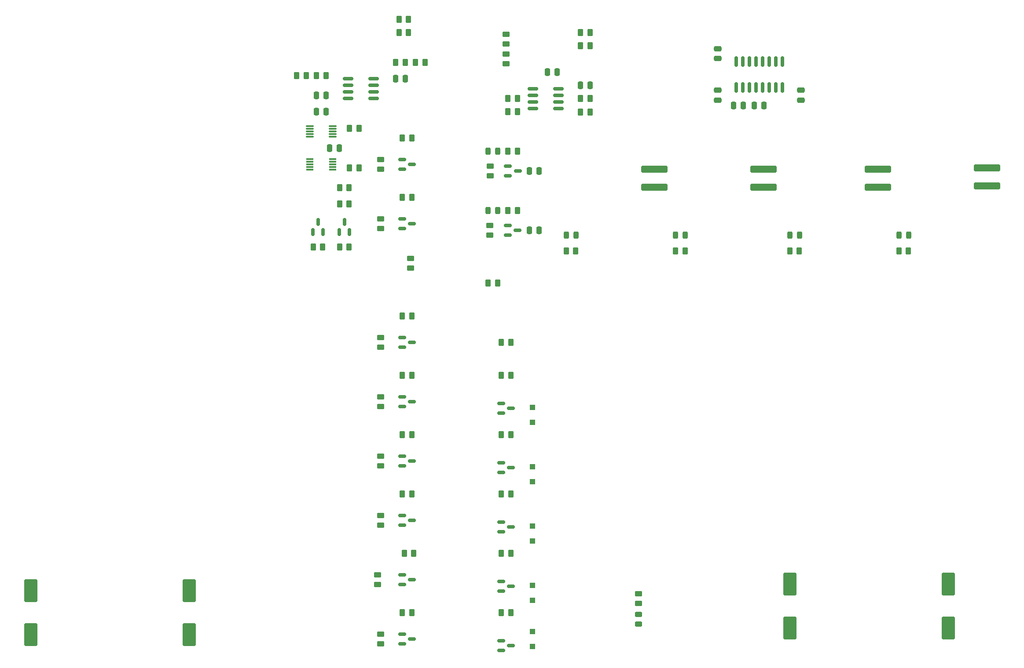
<source format=gbr>
%TF.GenerationSoftware,KiCad,Pcbnew,7.0.1*%
%TF.CreationDate,2023-03-27T20:51:40+10:00*%
%TF.ProjectId,RemoteHF,52656d6f-7465-4484-962e-6b696361645f,rev?*%
%TF.SameCoordinates,Original*%
%TF.FileFunction,Paste,Top*%
%TF.FilePolarity,Positive*%
%FSLAX46Y46*%
G04 Gerber Fmt 4.6, Leading zero omitted, Abs format (unit mm)*
G04 Created by KiCad (PCBNEW 7.0.1) date 2023-03-27 20:51:40*
%MOMM*%
%LPD*%
G01*
G04 APERTURE LIST*
G04 Aperture macros list*
%AMRoundRect*
0 Rectangle with rounded corners*
0 $1 Rounding radius*
0 $2 $3 $4 $5 $6 $7 $8 $9 X,Y pos of 4 corners*
0 Add a 4 corners polygon primitive as box body*
4,1,4,$2,$3,$4,$5,$6,$7,$8,$9,$2,$3,0*
0 Add four circle primitives for the rounded corners*
1,1,$1+$1,$2,$3*
1,1,$1+$1,$4,$5*
1,1,$1+$1,$6,$7*
1,1,$1+$1,$8,$9*
0 Add four rect primitives between the rounded corners*
20,1,$1+$1,$2,$3,$4,$5,0*
20,1,$1+$1,$4,$5,$6,$7,0*
20,1,$1+$1,$6,$7,$8,$9,0*
20,1,$1+$1,$8,$9,$2,$3,0*%
G04 Aperture macros list end*
%ADD10RoundRect,0.250000X-0.262500X-0.450000X0.262500X-0.450000X0.262500X0.450000X-0.262500X0.450000X0*%
%ADD11RoundRect,0.250000X0.450000X-0.262500X0.450000X0.262500X-0.450000X0.262500X-0.450000X-0.262500X0*%
%ADD12RoundRect,0.250000X-0.250000X-0.475000X0.250000X-0.475000X0.250000X0.475000X-0.250000X0.475000X0*%
%ADD13RoundRect,0.250000X-0.450000X0.262500X-0.450000X-0.262500X0.450000X-0.262500X0.450000X0.262500X0*%
%ADD14RoundRect,0.250000X0.262500X0.450000X-0.262500X0.450000X-0.262500X-0.450000X0.262500X-0.450000X0*%
%ADD15RoundRect,0.250000X-1.000000X1.950000X-1.000000X-1.950000X1.000000X-1.950000X1.000000X1.950000X0*%
%ADD16RoundRect,0.150000X-0.587500X-0.150000X0.587500X-0.150000X0.587500X0.150000X-0.587500X0.150000X0*%
%ADD17RoundRect,0.150000X0.150000X-0.850000X0.150000X0.850000X-0.150000X0.850000X-0.150000X-0.850000X0*%
%ADD18RoundRect,0.243750X0.243750X0.456250X-0.243750X0.456250X-0.243750X-0.456250X0.243750X-0.456250X0*%
%ADD19RoundRect,0.250000X0.300000X-0.300000X0.300000X0.300000X-0.300000X0.300000X-0.300000X-0.300000X0*%
%ADD20RoundRect,0.075000X0.650000X0.075000X-0.650000X0.075000X-0.650000X-0.075000X0.650000X-0.075000X0*%
%ADD21RoundRect,0.243750X-0.456250X0.243750X-0.456250X-0.243750X0.456250X-0.243750X0.456250X0.243750X0*%
%ADD22RoundRect,0.250000X0.250000X0.475000X-0.250000X0.475000X-0.250000X-0.475000X0.250000X-0.475000X0*%
%ADD23RoundRect,0.250000X-0.475000X0.250000X-0.475000X-0.250000X0.475000X-0.250000X0.475000X0.250000X0*%
%ADD24R,1.400000X0.300000*%
%ADD25RoundRect,0.250000X0.475000X-0.250000X0.475000X0.250000X-0.475000X0.250000X-0.475000X-0.250000X0*%
%ADD26RoundRect,0.168831X-2.331169X0.481169X-2.331169X-0.481169X2.331169X-0.481169X2.331169X0.481169X0*%
%ADD27RoundRect,0.150000X0.150000X-0.587500X0.150000X0.587500X-0.150000X0.587500X-0.150000X-0.587500X0*%
%ADD28RoundRect,0.250000X-0.300000X0.300000X-0.300000X-0.300000X0.300000X-0.300000X0.300000X0.300000X0*%
%ADD29RoundRect,0.150000X0.825000X0.150000X-0.825000X0.150000X-0.825000X-0.150000X0.825000X-0.150000X0*%
%ADD30RoundRect,0.150000X-0.825000X-0.150000X0.825000X-0.150000X0.825000X0.150000X-0.825000X0.150000X0*%
G04 APERTURE END LIST*
D10*
%TO.C,R21*%
X122912500Y-25400000D03*
X124737500Y-25400000D03*
%TD*%
D11*
%TO.C,R54*%
X169000000Y-137912500D03*
X169000000Y-136087500D03*
%TD*%
D12*
%TO.C,C10*%
X109540000Y-50165000D03*
X111440000Y-50165000D03*
%TD*%
D13*
%TO.C,R38*%
X118755000Y-132437500D03*
X118755000Y-134262500D03*
%TD*%
D10*
%TO.C,R14*%
X126087500Y-33655000D03*
X127912500Y-33655000D03*
%TD*%
D14*
%TO.C,R10*%
X113307500Y-60960000D03*
X111482500Y-60960000D03*
%TD*%
D10*
%TO.C,R26*%
X143867500Y-43180000D03*
X145692500Y-43180000D03*
%TD*%
D15*
%TO.C,C2*%
X52070000Y-135500000D03*
X52070000Y-143900000D03*
%TD*%
D10*
%TO.C,R42*%
X123547500Y-116840000D03*
X125372500Y-116840000D03*
%TD*%
D13*
%TO.C,R36*%
X119380000Y-109577500D03*
X119380000Y-111402500D03*
%TD*%
D10*
%TO.C,R45*%
X142597500Y-93980000D03*
X144422500Y-93980000D03*
%TD*%
%TO.C,R7*%
X111482500Y-69215000D03*
X113307500Y-69215000D03*
%TD*%
D16*
%TO.C,Q9*%
X123522500Y-98110000D03*
X123522500Y-100010000D03*
X125397500Y-99060000D03*
%TD*%
D14*
%TO.C,R15*%
X108862500Y-36195000D03*
X107037500Y-36195000D03*
%TD*%
D10*
%TO.C,R48*%
X142597500Y-128270000D03*
X144422500Y-128270000D03*
%TD*%
D17*
%TO.C,U3*%
X187748249Y-38500000D03*
X189018249Y-38500000D03*
X190288249Y-38500000D03*
X191558249Y-38500000D03*
X192828249Y-38500000D03*
X194098249Y-38500000D03*
X195368249Y-38500000D03*
X196638249Y-38500000D03*
X196638249Y-33500000D03*
X195368249Y-33500000D03*
X194098249Y-33500000D03*
X192828249Y-33500000D03*
X191558249Y-33500000D03*
X190288249Y-33500000D03*
X189018249Y-33500000D03*
X187748249Y-33500000D03*
%TD*%
D13*
%TO.C,R18*%
X119380000Y-63857500D03*
X119380000Y-65682500D03*
%TD*%
D18*
%TO.C,D2*%
X141907500Y-62230000D03*
X140032500Y-62230000D03*
%TD*%
D16*
%TO.C,Q17*%
X142572500Y-133670000D03*
X142572500Y-135570000D03*
X144447500Y-134620000D03*
%TD*%
D14*
%TO.C,R9*%
X113307500Y-57785000D03*
X111482500Y-57785000D03*
%TD*%
D16*
%TO.C,Q16*%
X142572500Y-122240000D03*
X142572500Y-124140000D03*
X144447500Y-123190000D03*
%TD*%
%TO.C,Q6*%
X123522500Y-63820000D03*
X123522500Y-65720000D03*
X125397500Y-64770000D03*
%TD*%
D13*
%TO.C,R27*%
X140407500Y-53697500D03*
X140407500Y-55522500D03*
%TD*%
D10*
%TO.C,R12*%
X113387500Y-53975000D03*
X115212500Y-53975000D03*
%TD*%
D12*
%TO.C,C4*%
X187243249Y-41990000D03*
X189143249Y-41990000D03*
%TD*%
D19*
%TO.C,D9*%
X148590000Y-114430000D03*
X148590000Y-111630000D03*
%TD*%
%TO.C,D11*%
X148590000Y-137290000D03*
X148590000Y-134490000D03*
%TD*%
D20*
%TO.C,U5*%
X110150000Y-47990000D03*
X110150000Y-47490000D03*
X110150000Y-46990000D03*
X110150000Y-46490000D03*
X110150000Y-45990000D03*
X105750000Y-45990000D03*
X105750000Y-46490000D03*
X105750000Y-46990000D03*
X105750000Y-47490000D03*
X105750000Y-47990000D03*
%TD*%
D19*
%TO.C,D8*%
X148590000Y-103000000D03*
X148590000Y-100200000D03*
%TD*%
D12*
%TO.C,C19*%
X147960000Y-66040000D03*
X149860000Y-66040000D03*
%TD*%
D18*
%TO.C,D1*%
X141907500Y-50800000D03*
X140032500Y-50800000D03*
%TD*%
D13*
%TO.C,R23*%
X143510000Y-28297500D03*
X143510000Y-30122500D03*
%TD*%
D10*
%TO.C,R30*%
X157837500Y-27940000D03*
X159662500Y-27940000D03*
%TD*%
D14*
%TO.C,R4*%
X141882500Y-76200000D03*
X140057500Y-76200000D03*
%TD*%
D18*
%TO.C,D4*%
X177937500Y-67000000D03*
X176062500Y-67000000D03*
%TD*%
D21*
%TO.C,D7*%
X169000000Y-140062500D03*
X169000000Y-141937500D03*
%TD*%
D12*
%TO.C,C18*%
X147960000Y-54610000D03*
X149860000Y-54610000D03*
%TD*%
D22*
%TO.C,C15*%
X159700000Y-38100000D03*
X157800000Y-38100000D03*
%TD*%
D13*
%TO.C,R17*%
X119380000Y-52427500D03*
X119380000Y-54252500D03*
%TD*%
D16*
%TO.C,Q5*%
X123522500Y-52390000D03*
X123522500Y-54290000D03*
X125397500Y-53340000D03*
%TD*%
D23*
%TO.C,C8*%
X184193249Y-39050000D03*
X184193249Y-40950000D03*
%TD*%
D10*
%TO.C,R13*%
X122277500Y-33655000D03*
X124102500Y-33655000D03*
%TD*%
D14*
%TO.C,R22*%
X124737500Y-27940000D03*
X122912500Y-27940000D03*
%TD*%
D24*
%TO.C,U6*%
X105750000Y-52340000D03*
X105750000Y-52840000D03*
X105750000Y-53340000D03*
X105750000Y-53840000D03*
X105750000Y-54340000D03*
X110150000Y-54340000D03*
X110150000Y-53840000D03*
X110150000Y-53340000D03*
X110150000Y-52840000D03*
X110150000Y-52340000D03*
%TD*%
D14*
%TO.C,R16*%
X105052500Y-36195000D03*
X103227500Y-36195000D03*
%TD*%
%TO.C,R52*%
X199912500Y-70000000D03*
X198087500Y-70000000D03*
%TD*%
D25*
%TO.C,C7*%
X184193249Y-32950000D03*
X184193249Y-31050000D03*
%TD*%
D13*
%TO.C,R35*%
X119380000Y-98147500D03*
X119380000Y-99972500D03*
%TD*%
D16*
%TO.C,Q18*%
X142572500Y-145100000D03*
X142572500Y-147000000D03*
X144447500Y-146050000D03*
%TD*%
%TO.C,Q1*%
X123522500Y-86680000D03*
X123522500Y-88580000D03*
X125397500Y-87630000D03*
%TD*%
D10*
%TO.C,R49*%
X142597500Y-139700000D03*
X144422500Y-139700000D03*
%TD*%
%TO.C,R20*%
X123547500Y-59690000D03*
X125372500Y-59690000D03*
%TD*%
%TO.C,R33*%
X143867500Y-50800000D03*
X145692500Y-50800000D03*
%TD*%
%TO.C,R43*%
X123905000Y-128270000D03*
X125730000Y-128270000D03*
%TD*%
D13*
%TO.C,R1*%
X119380000Y-86717500D03*
X119380000Y-88542500D03*
%TD*%
%TO.C,R37*%
X119380000Y-121007500D03*
X119380000Y-122832500D03*
%TD*%
D16*
%TO.C,Q13*%
X123522500Y-143830000D03*
X123522500Y-145730000D03*
X125397500Y-144780000D03*
%TD*%
D13*
%TO.C,R24*%
X143510000Y-32107500D03*
X143510000Y-33932500D03*
%TD*%
D14*
%TO.C,R25*%
X145692500Y-40640000D03*
X143867500Y-40640000D03*
%TD*%
D12*
%TO.C,C11*%
X107000000Y-43180000D03*
X108900000Y-43180000D03*
%TD*%
D10*
%TO.C,R47*%
X142597500Y-116840000D03*
X144422500Y-116840000D03*
%TD*%
D18*
%TO.C,D5*%
X199937500Y-67000000D03*
X198062500Y-67000000D03*
%TD*%
D15*
%TO.C,C3*%
X228600000Y-134230000D03*
X228600000Y-142630000D03*
%TD*%
D26*
%TO.C,GD3*%
X215000000Y-54250000D03*
X215000000Y-57750000D03*
%TD*%
D18*
%TO.C,D3*%
X156937500Y-67000000D03*
X155062500Y-67000000D03*
%TD*%
D14*
%TO.C,R51*%
X177912500Y-70000000D03*
X176087500Y-70000000D03*
%TD*%
D10*
%TO.C,R34*%
X143867500Y-62230000D03*
X145692500Y-62230000D03*
%TD*%
%TO.C,R41*%
X123547500Y-105410000D03*
X125372500Y-105410000D03*
%TD*%
%TO.C,R29*%
X157837500Y-30480000D03*
X159662500Y-30480000D03*
%TD*%
D27*
%TO.C,Q3*%
X111445000Y-66342500D03*
X113345000Y-66342500D03*
X112395000Y-64467500D03*
%TD*%
D10*
%TO.C,R19*%
X123547500Y-48260000D03*
X125372500Y-48260000D03*
%TD*%
D16*
%TO.C,Q11*%
X123522500Y-120970000D03*
X123522500Y-122870000D03*
X125397500Y-121920000D03*
%TD*%
D10*
%TO.C,R11*%
X113387500Y-46355000D03*
X115212500Y-46355000D03*
%TD*%
D15*
%TO.C,C1*%
X82550000Y-135500000D03*
X82550000Y-143900000D03*
%TD*%
D10*
%TO.C,R46*%
X142597500Y-105410000D03*
X144422500Y-105410000D03*
%TD*%
D25*
%TO.C,C9*%
X200193249Y-40950000D03*
X200193249Y-39050000D03*
%TD*%
D26*
%TO.C,GD2*%
X193000000Y-54250000D03*
X193000000Y-57750000D03*
%TD*%
D10*
%TO.C,R5*%
X142597500Y-87630000D03*
X144422500Y-87630000D03*
%TD*%
%TO.C,R44*%
X123547500Y-139700000D03*
X125372500Y-139700000D03*
%TD*%
%TO.C,R8*%
X106402500Y-69215000D03*
X108227500Y-69215000D03*
%TD*%
D16*
%TO.C,Q15*%
X142572500Y-110810000D03*
X142572500Y-112710000D03*
X144447500Y-111760000D03*
%TD*%
D28*
%TO.C,D12*%
X148590000Y-143380000D03*
X148590000Y-146180000D03*
%TD*%
D10*
%TO.C,R40*%
X123547500Y-93980000D03*
X125372500Y-93980000D03*
%TD*%
D19*
%TO.C,D10*%
X148590000Y-125860000D03*
X148590000Y-123060000D03*
%TD*%
D22*
%TO.C,C12*%
X108900000Y-40005000D03*
X107000000Y-40005000D03*
%TD*%
D29*
%TO.C,U4*%
X118045000Y-40640000D03*
X118045000Y-39370000D03*
X118045000Y-38100000D03*
X118045000Y-36830000D03*
X113095000Y-36830000D03*
X113095000Y-38100000D03*
X113095000Y-39370000D03*
X113095000Y-40640000D03*
%TD*%
D12*
%TO.C,C6*%
X191243249Y-42000000D03*
X193143249Y-42000000D03*
%TD*%
D13*
%TO.C,R2*%
X125095000Y-71477500D03*
X125095000Y-73302500D03*
%TD*%
D18*
%TO.C,D6*%
X220937500Y-67000000D03*
X219062500Y-67000000D03*
%TD*%
D27*
%TO.C,Q4*%
X106365000Y-66342500D03*
X108265000Y-66342500D03*
X107315000Y-64467500D03*
%TD*%
D10*
%TO.C,R31*%
X157837500Y-40640000D03*
X159662500Y-40640000D03*
%TD*%
D12*
%TO.C,C14*%
X122240000Y-36830000D03*
X124140000Y-36830000D03*
%TD*%
D16*
%TO.C,Q7*%
X143872500Y-53660000D03*
X143872500Y-55560000D03*
X145747500Y-54610000D03*
%TD*%
D22*
%TO.C,C17*%
X153350000Y-35560000D03*
X151450000Y-35560000D03*
%TD*%
D16*
%TO.C,Q14*%
X142572500Y-99380000D03*
X142572500Y-101280000D03*
X144447500Y-100330000D03*
%TD*%
%TO.C,Q8*%
X143842500Y-65090000D03*
X143842500Y-66990000D03*
X145717500Y-66040000D03*
%TD*%
D26*
%TO.C,GD1*%
X172000000Y-54250000D03*
X172000000Y-57750000D03*
%TD*%
D10*
%TO.C,R32*%
X157837500Y-43220000D03*
X159662500Y-43220000D03*
%TD*%
D14*
%TO.C,R50*%
X156912500Y-70000000D03*
X155087500Y-70000000D03*
%TD*%
D16*
%TO.C,Q12*%
X123522500Y-132400000D03*
X123522500Y-134300000D03*
X125397500Y-133350000D03*
%TD*%
D26*
%TO.C,GD4*%
X236000000Y-54000000D03*
X236000000Y-57500000D03*
%TD*%
D14*
%TO.C,R53*%
X220912500Y-70000000D03*
X219087500Y-70000000D03*
%TD*%
D30*
%TO.C,U7*%
X148655000Y-38735000D03*
X148655000Y-40005000D03*
X148655000Y-41275000D03*
X148655000Y-42545000D03*
X153605000Y-42545000D03*
X153605000Y-41275000D03*
X153605000Y-40005000D03*
X153605000Y-38735000D03*
%TD*%
D15*
%TO.C,C5*%
X198120000Y-134230000D03*
X198120000Y-142630000D03*
%TD*%
D13*
%TO.C,R28*%
X140325000Y-65127500D03*
X140325000Y-66952500D03*
%TD*%
D16*
%TO.C,Q10*%
X123522500Y-109540000D03*
X123522500Y-111440000D03*
X125397500Y-110490000D03*
%TD*%
D13*
%TO.C,R39*%
X119380000Y-143867500D03*
X119380000Y-145692500D03*
%TD*%
D14*
%TO.C,R3*%
X125372500Y-82550000D03*
X123547500Y-82550000D03*
%TD*%
M02*

</source>
